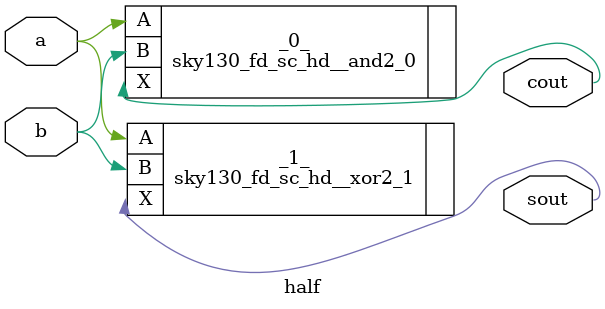
<source format=v>
/* Generated by Yosys 0.9 (git sha1 1979e0b) */

module full(a, b, ci, s, co);
  input a;
  input b;
  wire c;
  input ci;
  output co;
  wire k;
  output s;
  wire s1;
  sky130_fd_sc_hd__lpflow_inputiso1p_1 _0_ (
    .A(c),
    .SLEEP(k),
    .X(co)
  );
  half ha1 (
    .a(a),
    .b(b),
    .cout(k),
    .sout(s1)
  );
  half ha2 (
    .a(s1),
    .b(ci),
    .cout(c),
    .sout(s)
  );
endmodule

module half(a, b, sout, cout);
  input a;
  input b;
  output cout;
  output sout;
  sky130_fd_sc_hd__and2_0 _0_ (
    .A(a),
    .B(b),
    .X(cout)
  );
  sky130_fd_sc_hd__xor2_1 _1_ (
    .A(a),
    .B(b),
    .X(sout)
  );
endmodule

</source>
